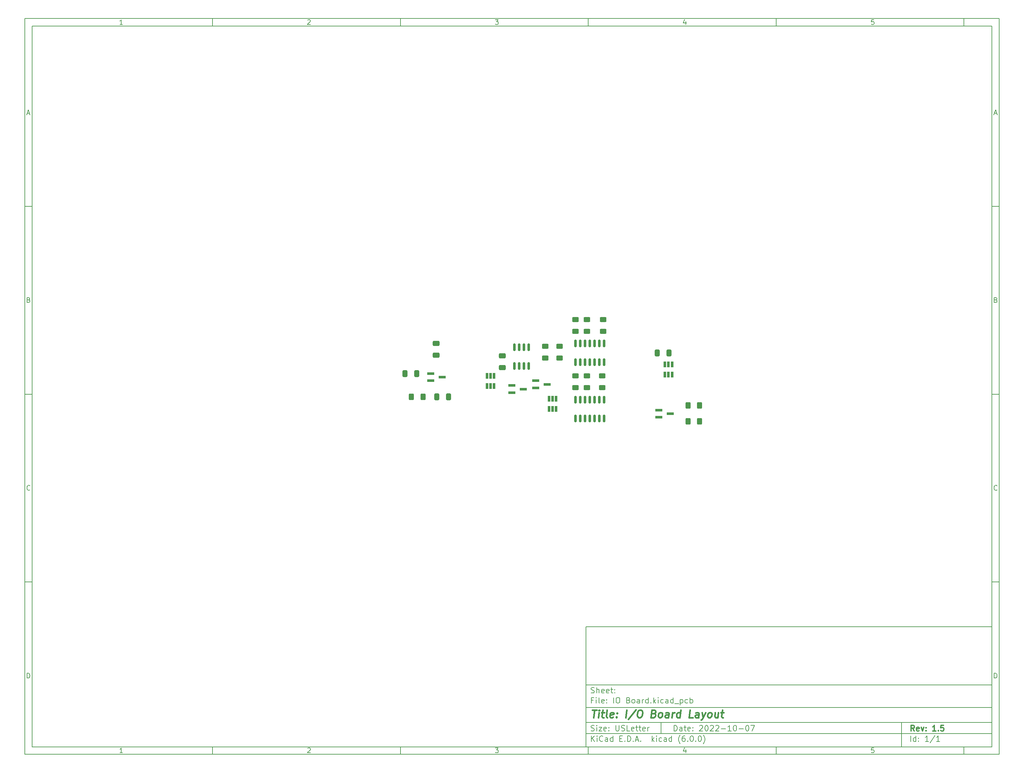
<source format=gbr>
G04 #@! TF.GenerationSoftware,KiCad,Pcbnew,(6.0.0)*
G04 #@! TF.CreationDate,2023-02-09T15:45:20-05:00*
G04 #@! TF.ProjectId,IO Board,494f2042-6f61-4726-942e-6b696361645f,1.5*
G04 #@! TF.SameCoordinates,Original*
G04 #@! TF.FileFunction,Paste,Bot*
G04 #@! TF.FilePolarity,Positive*
%FSLAX46Y46*%
G04 Gerber Fmt 4.6, Leading zero omitted, Abs format (unit mm)*
G04 Created by KiCad (PCBNEW (6.0.0)) date 2023-02-09 15:45:20*
%MOMM*%
%LPD*%
G01*
G04 APERTURE LIST*
G04 Aperture macros list*
%AMRoundRect*
0 Rectangle with rounded corners*
0 $1 Rounding radius*
0 $2 $3 $4 $5 $6 $7 $8 $9 X,Y pos of 4 corners*
0 Add a 4 corners polygon primitive as box body*
4,1,4,$2,$3,$4,$5,$6,$7,$8,$9,$2,$3,0*
0 Add four circle primitives for the rounded corners*
1,1,$1+$1,$2,$3*
1,1,$1+$1,$4,$5*
1,1,$1+$1,$6,$7*
1,1,$1+$1,$8,$9*
0 Add four rect primitives between the rounded corners*
20,1,$1+$1,$2,$3,$4,$5,0*
20,1,$1+$1,$4,$5,$6,$7,0*
20,1,$1+$1,$6,$7,$8,$9,0*
20,1,$1+$1,$8,$9,$2,$3,0*%
G04 Aperture macros list end*
%ADD10C,0.100000*%
%ADD11C,0.150000*%
%ADD12C,0.300000*%
%ADD13C,0.400000*%
%ADD14R,1.900000X0.800000*%
%ADD15RoundRect,0.250000X-0.625000X0.400000X-0.625000X-0.400000X0.625000X-0.400000X0.625000X0.400000X0*%
%ADD16RoundRect,0.250000X0.625000X-0.400000X0.625000X0.400000X-0.625000X0.400000X-0.625000X-0.400000X0*%
%ADD17R,0.650000X1.560000*%
%ADD18RoundRect,0.250000X-0.412500X-0.650000X0.412500X-0.650000X0.412500X0.650000X-0.412500X0.650000X0*%
%ADD19RoundRect,0.250000X0.650000X-0.412500X0.650000X0.412500X-0.650000X0.412500X-0.650000X-0.412500X0*%
%ADD20RoundRect,0.250000X-0.650000X0.412500X-0.650000X-0.412500X0.650000X-0.412500X0.650000X0.412500X0*%
%ADD21RoundRect,0.250000X0.400000X0.625000X-0.400000X0.625000X-0.400000X-0.625000X0.400000X-0.625000X0*%
%ADD22RoundRect,0.150000X-0.150000X0.825000X-0.150000X-0.825000X0.150000X-0.825000X0.150000X0.825000X0*%
%ADD23RoundRect,0.250000X-0.400000X-0.625000X0.400000X-0.625000X0.400000X0.625000X-0.400000X0.625000X0*%
G04 APERTURE END LIST*
D10*
D11*
X159400000Y-171900000D02*
X159400000Y-203900000D01*
X267400000Y-203900000D01*
X267400000Y-171900000D01*
X159400000Y-171900000D01*
D10*
D11*
X10000000Y-10000000D02*
X10000000Y-205900000D01*
X269400000Y-205900000D01*
X269400000Y-10000000D01*
X10000000Y-10000000D01*
D10*
D11*
X12000000Y-12000000D02*
X12000000Y-203900000D01*
X267400000Y-203900000D01*
X267400000Y-12000000D01*
X12000000Y-12000000D01*
D10*
D11*
X60000000Y-12000000D02*
X60000000Y-10000000D01*
D10*
D11*
X110000000Y-12000000D02*
X110000000Y-10000000D01*
D10*
D11*
X160000000Y-12000000D02*
X160000000Y-10000000D01*
D10*
D11*
X210000000Y-12000000D02*
X210000000Y-10000000D01*
D10*
D11*
X260000000Y-12000000D02*
X260000000Y-10000000D01*
D10*
D11*
X36065476Y-11588095D02*
X35322619Y-11588095D01*
X35694047Y-11588095D02*
X35694047Y-10288095D01*
X35570238Y-10473809D01*
X35446428Y-10597619D01*
X35322619Y-10659523D01*
D10*
D11*
X85322619Y-10411904D02*
X85384523Y-10350000D01*
X85508333Y-10288095D01*
X85817857Y-10288095D01*
X85941666Y-10350000D01*
X86003571Y-10411904D01*
X86065476Y-10535714D01*
X86065476Y-10659523D01*
X86003571Y-10845238D01*
X85260714Y-11588095D01*
X86065476Y-11588095D01*
D10*
D11*
X135260714Y-10288095D02*
X136065476Y-10288095D01*
X135632142Y-10783333D01*
X135817857Y-10783333D01*
X135941666Y-10845238D01*
X136003571Y-10907142D01*
X136065476Y-11030952D01*
X136065476Y-11340476D01*
X136003571Y-11464285D01*
X135941666Y-11526190D01*
X135817857Y-11588095D01*
X135446428Y-11588095D01*
X135322619Y-11526190D01*
X135260714Y-11464285D01*
D10*
D11*
X185941666Y-10721428D02*
X185941666Y-11588095D01*
X185632142Y-10226190D02*
X185322619Y-11154761D01*
X186127380Y-11154761D01*
D10*
D11*
X236003571Y-10288095D02*
X235384523Y-10288095D01*
X235322619Y-10907142D01*
X235384523Y-10845238D01*
X235508333Y-10783333D01*
X235817857Y-10783333D01*
X235941666Y-10845238D01*
X236003571Y-10907142D01*
X236065476Y-11030952D01*
X236065476Y-11340476D01*
X236003571Y-11464285D01*
X235941666Y-11526190D01*
X235817857Y-11588095D01*
X235508333Y-11588095D01*
X235384523Y-11526190D01*
X235322619Y-11464285D01*
D10*
D11*
X60000000Y-203900000D02*
X60000000Y-205900000D01*
D10*
D11*
X110000000Y-203900000D02*
X110000000Y-205900000D01*
D10*
D11*
X160000000Y-203900000D02*
X160000000Y-205900000D01*
D10*
D11*
X210000000Y-203900000D02*
X210000000Y-205900000D01*
D10*
D11*
X260000000Y-203900000D02*
X260000000Y-205900000D01*
D10*
D11*
X36065476Y-205488095D02*
X35322619Y-205488095D01*
X35694047Y-205488095D02*
X35694047Y-204188095D01*
X35570238Y-204373809D01*
X35446428Y-204497619D01*
X35322619Y-204559523D01*
D10*
D11*
X85322619Y-204311904D02*
X85384523Y-204250000D01*
X85508333Y-204188095D01*
X85817857Y-204188095D01*
X85941666Y-204250000D01*
X86003571Y-204311904D01*
X86065476Y-204435714D01*
X86065476Y-204559523D01*
X86003571Y-204745238D01*
X85260714Y-205488095D01*
X86065476Y-205488095D01*
D10*
D11*
X135260714Y-204188095D02*
X136065476Y-204188095D01*
X135632142Y-204683333D01*
X135817857Y-204683333D01*
X135941666Y-204745238D01*
X136003571Y-204807142D01*
X136065476Y-204930952D01*
X136065476Y-205240476D01*
X136003571Y-205364285D01*
X135941666Y-205426190D01*
X135817857Y-205488095D01*
X135446428Y-205488095D01*
X135322619Y-205426190D01*
X135260714Y-205364285D01*
D10*
D11*
X185941666Y-204621428D02*
X185941666Y-205488095D01*
X185632142Y-204126190D02*
X185322619Y-205054761D01*
X186127380Y-205054761D01*
D10*
D11*
X236003571Y-204188095D02*
X235384523Y-204188095D01*
X235322619Y-204807142D01*
X235384523Y-204745238D01*
X235508333Y-204683333D01*
X235817857Y-204683333D01*
X235941666Y-204745238D01*
X236003571Y-204807142D01*
X236065476Y-204930952D01*
X236065476Y-205240476D01*
X236003571Y-205364285D01*
X235941666Y-205426190D01*
X235817857Y-205488095D01*
X235508333Y-205488095D01*
X235384523Y-205426190D01*
X235322619Y-205364285D01*
D10*
D11*
X10000000Y-60000000D02*
X12000000Y-60000000D01*
D10*
D11*
X10000000Y-110000000D02*
X12000000Y-110000000D01*
D10*
D11*
X10000000Y-160000000D02*
X12000000Y-160000000D01*
D10*
D11*
X10690476Y-35216666D02*
X11309523Y-35216666D01*
X10566666Y-35588095D02*
X11000000Y-34288095D01*
X11433333Y-35588095D01*
D10*
D11*
X11092857Y-84907142D02*
X11278571Y-84969047D01*
X11340476Y-85030952D01*
X11402380Y-85154761D01*
X11402380Y-85340476D01*
X11340476Y-85464285D01*
X11278571Y-85526190D01*
X11154761Y-85588095D01*
X10659523Y-85588095D01*
X10659523Y-84288095D01*
X11092857Y-84288095D01*
X11216666Y-84350000D01*
X11278571Y-84411904D01*
X11340476Y-84535714D01*
X11340476Y-84659523D01*
X11278571Y-84783333D01*
X11216666Y-84845238D01*
X11092857Y-84907142D01*
X10659523Y-84907142D01*
D10*
D11*
X11402380Y-135464285D02*
X11340476Y-135526190D01*
X11154761Y-135588095D01*
X11030952Y-135588095D01*
X10845238Y-135526190D01*
X10721428Y-135402380D01*
X10659523Y-135278571D01*
X10597619Y-135030952D01*
X10597619Y-134845238D01*
X10659523Y-134597619D01*
X10721428Y-134473809D01*
X10845238Y-134350000D01*
X11030952Y-134288095D01*
X11154761Y-134288095D01*
X11340476Y-134350000D01*
X11402380Y-134411904D01*
D10*
D11*
X10659523Y-185588095D02*
X10659523Y-184288095D01*
X10969047Y-184288095D01*
X11154761Y-184350000D01*
X11278571Y-184473809D01*
X11340476Y-184597619D01*
X11402380Y-184845238D01*
X11402380Y-185030952D01*
X11340476Y-185278571D01*
X11278571Y-185402380D01*
X11154761Y-185526190D01*
X10969047Y-185588095D01*
X10659523Y-185588095D01*
D10*
D11*
X269400000Y-60000000D02*
X267400000Y-60000000D01*
D10*
D11*
X269400000Y-110000000D02*
X267400000Y-110000000D01*
D10*
D11*
X269400000Y-160000000D02*
X267400000Y-160000000D01*
D10*
D11*
X268090476Y-35216666D02*
X268709523Y-35216666D01*
X267966666Y-35588095D02*
X268400000Y-34288095D01*
X268833333Y-35588095D01*
D10*
D11*
X268492857Y-84907142D02*
X268678571Y-84969047D01*
X268740476Y-85030952D01*
X268802380Y-85154761D01*
X268802380Y-85340476D01*
X268740476Y-85464285D01*
X268678571Y-85526190D01*
X268554761Y-85588095D01*
X268059523Y-85588095D01*
X268059523Y-84288095D01*
X268492857Y-84288095D01*
X268616666Y-84350000D01*
X268678571Y-84411904D01*
X268740476Y-84535714D01*
X268740476Y-84659523D01*
X268678571Y-84783333D01*
X268616666Y-84845238D01*
X268492857Y-84907142D01*
X268059523Y-84907142D01*
D10*
D11*
X268802380Y-135464285D02*
X268740476Y-135526190D01*
X268554761Y-135588095D01*
X268430952Y-135588095D01*
X268245238Y-135526190D01*
X268121428Y-135402380D01*
X268059523Y-135278571D01*
X267997619Y-135030952D01*
X267997619Y-134845238D01*
X268059523Y-134597619D01*
X268121428Y-134473809D01*
X268245238Y-134350000D01*
X268430952Y-134288095D01*
X268554761Y-134288095D01*
X268740476Y-134350000D01*
X268802380Y-134411904D01*
D10*
D11*
X268059523Y-185588095D02*
X268059523Y-184288095D01*
X268369047Y-184288095D01*
X268554761Y-184350000D01*
X268678571Y-184473809D01*
X268740476Y-184597619D01*
X268802380Y-184845238D01*
X268802380Y-185030952D01*
X268740476Y-185278571D01*
X268678571Y-185402380D01*
X268554761Y-185526190D01*
X268369047Y-185588095D01*
X268059523Y-185588095D01*
D10*
D11*
X182832142Y-199678571D02*
X182832142Y-198178571D01*
X183189285Y-198178571D01*
X183403571Y-198250000D01*
X183546428Y-198392857D01*
X183617857Y-198535714D01*
X183689285Y-198821428D01*
X183689285Y-199035714D01*
X183617857Y-199321428D01*
X183546428Y-199464285D01*
X183403571Y-199607142D01*
X183189285Y-199678571D01*
X182832142Y-199678571D01*
X184975000Y-199678571D02*
X184975000Y-198892857D01*
X184903571Y-198750000D01*
X184760714Y-198678571D01*
X184475000Y-198678571D01*
X184332142Y-198750000D01*
X184975000Y-199607142D02*
X184832142Y-199678571D01*
X184475000Y-199678571D01*
X184332142Y-199607142D01*
X184260714Y-199464285D01*
X184260714Y-199321428D01*
X184332142Y-199178571D01*
X184475000Y-199107142D01*
X184832142Y-199107142D01*
X184975000Y-199035714D01*
X185475000Y-198678571D02*
X186046428Y-198678571D01*
X185689285Y-198178571D02*
X185689285Y-199464285D01*
X185760714Y-199607142D01*
X185903571Y-199678571D01*
X186046428Y-199678571D01*
X187117857Y-199607142D02*
X186975000Y-199678571D01*
X186689285Y-199678571D01*
X186546428Y-199607142D01*
X186475000Y-199464285D01*
X186475000Y-198892857D01*
X186546428Y-198750000D01*
X186689285Y-198678571D01*
X186975000Y-198678571D01*
X187117857Y-198750000D01*
X187189285Y-198892857D01*
X187189285Y-199035714D01*
X186475000Y-199178571D01*
X187832142Y-199535714D02*
X187903571Y-199607142D01*
X187832142Y-199678571D01*
X187760714Y-199607142D01*
X187832142Y-199535714D01*
X187832142Y-199678571D01*
X187832142Y-198750000D02*
X187903571Y-198821428D01*
X187832142Y-198892857D01*
X187760714Y-198821428D01*
X187832142Y-198750000D01*
X187832142Y-198892857D01*
X189617857Y-198321428D02*
X189689285Y-198250000D01*
X189832142Y-198178571D01*
X190189285Y-198178571D01*
X190332142Y-198250000D01*
X190403571Y-198321428D01*
X190475000Y-198464285D01*
X190475000Y-198607142D01*
X190403571Y-198821428D01*
X189546428Y-199678571D01*
X190475000Y-199678571D01*
X191403571Y-198178571D02*
X191546428Y-198178571D01*
X191689285Y-198250000D01*
X191760714Y-198321428D01*
X191832142Y-198464285D01*
X191903571Y-198750000D01*
X191903571Y-199107142D01*
X191832142Y-199392857D01*
X191760714Y-199535714D01*
X191689285Y-199607142D01*
X191546428Y-199678571D01*
X191403571Y-199678571D01*
X191260714Y-199607142D01*
X191189285Y-199535714D01*
X191117857Y-199392857D01*
X191046428Y-199107142D01*
X191046428Y-198750000D01*
X191117857Y-198464285D01*
X191189285Y-198321428D01*
X191260714Y-198250000D01*
X191403571Y-198178571D01*
X192475000Y-198321428D02*
X192546428Y-198250000D01*
X192689285Y-198178571D01*
X193046428Y-198178571D01*
X193189285Y-198250000D01*
X193260714Y-198321428D01*
X193332142Y-198464285D01*
X193332142Y-198607142D01*
X193260714Y-198821428D01*
X192403571Y-199678571D01*
X193332142Y-199678571D01*
X193903571Y-198321428D02*
X193975000Y-198250000D01*
X194117857Y-198178571D01*
X194475000Y-198178571D01*
X194617857Y-198250000D01*
X194689285Y-198321428D01*
X194760714Y-198464285D01*
X194760714Y-198607142D01*
X194689285Y-198821428D01*
X193832142Y-199678571D01*
X194760714Y-199678571D01*
X195403571Y-199107142D02*
X196546428Y-199107142D01*
X198046428Y-199678571D02*
X197189285Y-199678571D01*
X197617857Y-199678571D02*
X197617857Y-198178571D01*
X197475000Y-198392857D01*
X197332142Y-198535714D01*
X197189285Y-198607142D01*
X198975000Y-198178571D02*
X199117857Y-198178571D01*
X199260714Y-198250000D01*
X199332142Y-198321428D01*
X199403571Y-198464285D01*
X199475000Y-198750000D01*
X199475000Y-199107142D01*
X199403571Y-199392857D01*
X199332142Y-199535714D01*
X199260714Y-199607142D01*
X199117857Y-199678571D01*
X198975000Y-199678571D01*
X198832142Y-199607142D01*
X198760714Y-199535714D01*
X198689285Y-199392857D01*
X198617857Y-199107142D01*
X198617857Y-198750000D01*
X198689285Y-198464285D01*
X198760714Y-198321428D01*
X198832142Y-198250000D01*
X198975000Y-198178571D01*
X200117857Y-199107142D02*
X201260714Y-199107142D01*
X202260714Y-198178571D02*
X202403571Y-198178571D01*
X202546428Y-198250000D01*
X202617857Y-198321428D01*
X202689285Y-198464285D01*
X202760714Y-198750000D01*
X202760714Y-199107142D01*
X202689285Y-199392857D01*
X202617857Y-199535714D01*
X202546428Y-199607142D01*
X202403571Y-199678571D01*
X202260714Y-199678571D01*
X202117857Y-199607142D01*
X202046428Y-199535714D01*
X201975000Y-199392857D01*
X201903571Y-199107142D01*
X201903571Y-198750000D01*
X201975000Y-198464285D01*
X202046428Y-198321428D01*
X202117857Y-198250000D01*
X202260714Y-198178571D01*
X203260714Y-198178571D02*
X204260714Y-198178571D01*
X203617857Y-199678571D01*
D10*
D11*
X159400000Y-200400000D02*
X267400000Y-200400000D01*
D10*
D11*
X160832142Y-202478571D02*
X160832142Y-200978571D01*
X161689285Y-202478571D02*
X161046428Y-201621428D01*
X161689285Y-200978571D02*
X160832142Y-201835714D01*
X162332142Y-202478571D02*
X162332142Y-201478571D01*
X162332142Y-200978571D02*
X162260714Y-201050000D01*
X162332142Y-201121428D01*
X162403571Y-201050000D01*
X162332142Y-200978571D01*
X162332142Y-201121428D01*
X163903571Y-202335714D02*
X163832142Y-202407142D01*
X163617857Y-202478571D01*
X163475000Y-202478571D01*
X163260714Y-202407142D01*
X163117857Y-202264285D01*
X163046428Y-202121428D01*
X162975000Y-201835714D01*
X162975000Y-201621428D01*
X163046428Y-201335714D01*
X163117857Y-201192857D01*
X163260714Y-201050000D01*
X163475000Y-200978571D01*
X163617857Y-200978571D01*
X163832142Y-201050000D01*
X163903571Y-201121428D01*
X165189285Y-202478571D02*
X165189285Y-201692857D01*
X165117857Y-201550000D01*
X164975000Y-201478571D01*
X164689285Y-201478571D01*
X164546428Y-201550000D01*
X165189285Y-202407142D02*
X165046428Y-202478571D01*
X164689285Y-202478571D01*
X164546428Y-202407142D01*
X164475000Y-202264285D01*
X164475000Y-202121428D01*
X164546428Y-201978571D01*
X164689285Y-201907142D01*
X165046428Y-201907142D01*
X165189285Y-201835714D01*
X166546428Y-202478571D02*
X166546428Y-200978571D01*
X166546428Y-202407142D02*
X166403571Y-202478571D01*
X166117857Y-202478571D01*
X165975000Y-202407142D01*
X165903571Y-202335714D01*
X165832142Y-202192857D01*
X165832142Y-201764285D01*
X165903571Y-201621428D01*
X165975000Y-201550000D01*
X166117857Y-201478571D01*
X166403571Y-201478571D01*
X166546428Y-201550000D01*
X168403571Y-201692857D02*
X168903571Y-201692857D01*
X169117857Y-202478571D02*
X168403571Y-202478571D01*
X168403571Y-200978571D01*
X169117857Y-200978571D01*
X169760714Y-202335714D02*
X169832142Y-202407142D01*
X169760714Y-202478571D01*
X169689285Y-202407142D01*
X169760714Y-202335714D01*
X169760714Y-202478571D01*
X170475000Y-202478571D02*
X170475000Y-200978571D01*
X170832142Y-200978571D01*
X171046428Y-201050000D01*
X171189285Y-201192857D01*
X171260714Y-201335714D01*
X171332142Y-201621428D01*
X171332142Y-201835714D01*
X171260714Y-202121428D01*
X171189285Y-202264285D01*
X171046428Y-202407142D01*
X170832142Y-202478571D01*
X170475000Y-202478571D01*
X171975000Y-202335714D02*
X172046428Y-202407142D01*
X171975000Y-202478571D01*
X171903571Y-202407142D01*
X171975000Y-202335714D01*
X171975000Y-202478571D01*
X172617857Y-202050000D02*
X173332142Y-202050000D01*
X172475000Y-202478571D02*
X172975000Y-200978571D01*
X173475000Y-202478571D01*
X173975000Y-202335714D02*
X174046428Y-202407142D01*
X173975000Y-202478571D01*
X173903571Y-202407142D01*
X173975000Y-202335714D01*
X173975000Y-202478571D01*
X176975000Y-202478571D02*
X176975000Y-200978571D01*
X177117857Y-201907142D02*
X177546428Y-202478571D01*
X177546428Y-201478571D02*
X176975000Y-202050000D01*
X178189285Y-202478571D02*
X178189285Y-201478571D01*
X178189285Y-200978571D02*
X178117857Y-201050000D01*
X178189285Y-201121428D01*
X178260714Y-201050000D01*
X178189285Y-200978571D01*
X178189285Y-201121428D01*
X179546428Y-202407142D02*
X179403571Y-202478571D01*
X179117857Y-202478571D01*
X178975000Y-202407142D01*
X178903571Y-202335714D01*
X178832142Y-202192857D01*
X178832142Y-201764285D01*
X178903571Y-201621428D01*
X178975000Y-201550000D01*
X179117857Y-201478571D01*
X179403571Y-201478571D01*
X179546428Y-201550000D01*
X180832142Y-202478571D02*
X180832142Y-201692857D01*
X180760714Y-201550000D01*
X180617857Y-201478571D01*
X180332142Y-201478571D01*
X180189285Y-201550000D01*
X180832142Y-202407142D02*
X180689285Y-202478571D01*
X180332142Y-202478571D01*
X180189285Y-202407142D01*
X180117857Y-202264285D01*
X180117857Y-202121428D01*
X180189285Y-201978571D01*
X180332142Y-201907142D01*
X180689285Y-201907142D01*
X180832142Y-201835714D01*
X182189285Y-202478571D02*
X182189285Y-200978571D01*
X182189285Y-202407142D02*
X182046428Y-202478571D01*
X181760714Y-202478571D01*
X181617857Y-202407142D01*
X181546428Y-202335714D01*
X181475000Y-202192857D01*
X181475000Y-201764285D01*
X181546428Y-201621428D01*
X181617857Y-201550000D01*
X181760714Y-201478571D01*
X182046428Y-201478571D01*
X182189285Y-201550000D01*
X184475000Y-203050000D02*
X184403571Y-202978571D01*
X184260714Y-202764285D01*
X184189285Y-202621428D01*
X184117857Y-202407142D01*
X184046428Y-202050000D01*
X184046428Y-201764285D01*
X184117857Y-201407142D01*
X184189285Y-201192857D01*
X184260714Y-201050000D01*
X184403571Y-200835714D01*
X184475000Y-200764285D01*
X185689285Y-200978571D02*
X185403571Y-200978571D01*
X185260714Y-201050000D01*
X185189285Y-201121428D01*
X185046428Y-201335714D01*
X184975000Y-201621428D01*
X184975000Y-202192857D01*
X185046428Y-202335714D01*
X185117857Y-202407142D01*
X185260714Y-202478571D01*
X185546428Y-202478571D01*
X185689285Y-202407142D01*
X185760714Y-202335714D01*
X185832142Y-202192857D01*
X185832142Y-201835714D01*
X185760714Y-201692857D01*
X185689285Y-201621428D01*
X185546428Y-201550000D01*
X185260714Y-201550000D01*
X185117857Y-201621428D01*
X185046428Y-201692857D01*
X184975000Y-201835714D01*
X186475000Y-202335714D02*
X186546428Y-202407142D01*
X186475000Y-202478571D01*
X186403571Y-202407142D01*
X186475000Y-202335714D01*
X186475000Y-202478571D01*
X187475000Y-200978571D02*
X187617857Y-200978571D01*
X187760714Y-201050000D01*
X187832142Y-201121428D01*
X187903571Y-201264285D01*
X187975000Y-201550000D01*
X187975000Y-201907142D01*
X187903571Y-202192857D01*
X187832142Y-202335714D01*
X187760714Y-202407142D01*
X187617857Y-202478571D01*
X187475000Y-202478571D01*
X187332142Y-202407142D01*
X187260714Y-202335714D01*
X187189285Y-202192857D01*
X187117857Y-201907142D01*
X187117857Y-201550000D01*
X187189285Y-201264285D01*
X187260714Y-201121428D01*
X187332142Y-201050000D01*
X187475000Y-200978571D01*
X188617857Y-202335714D02*
X188689285Y-202407142D01*
X188617857Y-202478571D01*
X188546428Y-202407142D01*
X188617857Y-202335714D01*
X188617857Y-202478571D01*
X189617857Y-200978571D02*
X189760714Y-200978571D01*
X189903571Y-201050000D01*
X189975000Y-201121428D01*
X190046428Y-201264285D01*
X190117857Y-201550000D01*
X190117857Y-201907142D01*
X190046428Y-202192857D01*
X189975000Y-202335714D01*
X189903571Y-202407142D01*
X189760714Y-202478571D01*
X189617857Y-202478571D01*
X189475000Y-202407142D01*
X189403571Y-202335714D01*
X189332142Y-202192857D01*
X189260714Y-201907142D01*
X189260714Y-201550000D01*
X189332142Y-201264285D01*
X189403571Y-201121428D01*
X189475000Y-201050000D01*
X189617857Y-200978571D01*
X190617857Y-203050000D02*
X190689285Y-202978571D01*
X190832142Y-202764285D01*
X190903571Y-202621428D01*
X190975000Y-202407142D01*
X191046428Y-202050000D01*
X191046428Y-201764285D01*
X190975000Y-201407142D01*
X190903571Y-201192857D01*
X190832142Y-201050000D01*
X190689285Y-200835714D01*
X190617857Y-200764285D01*
D10*
D11*
X159400000Y-197400000D02*
X267400000Y-197400000D01*
D10*
D12*
X246809285Y-199678571D02*
X246309285Y-198964285D01*
X245952142Y-199678571D02*
X245952142Y-198178571D01*
X246523571Y-198178571D01*
X246666428Y-198250000D01*
X246737857Y-198321428D01*
X246809285Y-198464285D01*
X246809285Y-198678571D01*
X246737857Y-198821428D01*
X246666428Y-198892857D01*
X246523571Y-198964285D01*
X245952142Y-198964285D01*
X248023571Y-199607142D02*
X247880714Y-199678571D01*
X247595000Y-199678571D01*
X247452142Y-199607142D01*
X247380714Y-199464285D01*
X247380714Y-198892857D01*
X247452142Y-198750000D01*
X247595000Y-198678571D01*
X247880714Y-198678571D01*
X248023571Y-198750000D01*
X248095000Y-198892857D01*
X248095000Y-199035714D01*
X247380714Y-199178571D01*
X248595000Y-198678571D02*
X248952142Y-199678571D01*
X249309285Y-198678571D01*
X249880714Y-199535714D02*
X249952142Y-199607142D01*
X249880714Y-199678571D01*
X249809285Y-199607142D01*
X249880714Y-199535714D01*
X249880714Y-199678571D01*
X249880714Y-198750000D02*
X249952142Y-198821428D01*
X249880714Y-198892857D01*
X249809285Y-198821428D01*
X249880714Y-198750000D01*
X249880714Y-198892857D01*
X252523571Y-199678571D02*
X251666428Y-199678571D01*
X252095000Y-199678571D02*
X252095000Y-198178571D01*
X251952142Y-198392857D01*
X251809285Y-198535714D01*
X251666428Y-198607142D01*
X253166428Y-199535714D02*
X253237857Y-199607142D01*
X253166428Y-199678571D01*
X253095000Y-199607142D01*
X253166428Y-199535714D01*
X253166428Y-199678571D01*
X254595000Y-198178571D02*
X253880714Y-198178571D01*
X253809285Y-198892857D01*
X253880714Y-198821428D01*
X254023571Y-198750000D01*
X254380714Y-198750000D01*
X254523571Y-198821428D01*
X254595000Y-198892857D01*
X254666428Y-199035714D01*
X254666428Y-199392857D01*
X254595000Y-199535714D01*
X254523571Y-199607142D01*
X254380714Y-199678571D01*
X254023571Y-199678571D01*
X253880714Y-199607142D01*
X253809285Y-199535714D01*
D10*
D11*
X160760714Y-199607142D02*
X160975000Y-199678571D01*
X161332142Y-199678571D01*
X161475000Y-199607142D01*
X161546428Y-199535714D01*
X161617857Y-199392857D01*
X161617857Y-199250000D01*
X161546428Y-199107142D01*
X161475000Y-199035714D01*
X161332142Y-198964285D01*
X161046428Y-198892857D01*
X160903571Y-198821428D01*
X160832142Y-198750000D01*
X160760714Y-198607142D01*
X160760714Y-198464285D01*
X160832142Y-198321428D01*
X160903571Y-198250000D01*
X161046428Y-198178571D01*
X161403571Y-198178571D01*
X161617857Y-198250000D01*
X162260714Y-199678571D02*
X162260714Y-198678571D01*
X162260714Y-198178571D02*
X162189285Y-198250000D01*
X162260714Y-198321428D01*
X162332142Y-198250000D01*
X162260714Y-198178571D01*
X162260714Y-198321428D01*
X162832142Y-198678571D02*
X163617857Y-198678571D01*
X162832142Y-199678571D01*
X163617857Y-199678571D01*
X164760714Y-199607142D02*
X164617857Y-199678571D01*
X164332142Y-199678571D01*
X164189285Y-199607142D01*
X164117857Y-199464285D01*
X164117857Y-198892857D01*
X164189285Y-198750000D01*
X164332142Y-198678571D01*
X164617857Y-198678571D01*
X164760714Y-198750000D01*
X164832142Y-198892857D01*
X164832142Y-199035714D01*
X164117857Y-199178571D01*
X165475000Y-199535714D02*
X165546428Y-199607142D01*
X165475000Y-199678571D01*
X165403571Y-199607142D01*
X165475000Y-199535714D01*
X165475000Y-199678571D01*
X165475000Y-198750000D02*
X165546428Y-198821428D01*
X165475000Y-198892857D01*
X165403571Y-198821428D01*
X165475000Y-198750000D01*
X165475000Y-198892857D01*
X167332142Y-198178571D02*
X167332142Y-199392857D01*
X167403571Y-199535714D01*
X167475000Y-199607142D01*
X167617857Y-199678571D01*
X167903571Y-199678571D01*
X168046428Y-199607142D01*
X168117857Y-199535714D01*
X168189285Y-199392857D01*
X168189285Y-198178571D01*
X168832142Y-199607142D02*
X169046428Y-199678571D01*
X169403571Y-199678571D01*
X169546428Y-199607142D01*
X169617857Y-199535714D01*
X169689285Y-199392857D01*
X169689285Y-199250000D01*
X169617857Y-199107142D01*
X169546428Y-199035714D01*
X169403571Y-198964285D01*
X169117857Y-198892857D01*
X168975000Y-198821428D01*
X168903571Y-198750000D01*
X168832142Y-198607142D01*
X168832142Y-198464285D01*
X168903571Y-198321428D01*
X168975000Y-198250000D01*
X169117857Y-198178571D01*
X169475000Y-198178571D01*
X169689285Y-198250000D01*
X171046428Y-199678571D02*
X170332142Y-199678571D01*
X170332142Y-198178571D01*
X172117857Y-199607142D02*
X171975000Y-199678571D01*
X171689285Y-199678571D01*
X171546428Y-199607142D01*
X171475000Y-199464285D01*
X171475000Y-198892857D01*
X171546428Y-198750000D01*
X171689285Y-198678571D01*
X171975000Y-198678571D01*
X172117857Y-198750000D01*
X172189285Y-198892857D01*
X172189285Y-199035714D01*
X171475000Y-199178571D01*
X172617857Y-198678571D02*
X173189285Y-198678571D01*
X172832142Y-198178571D02*
X172832142Y-199464285D01*
X172903571Y-199607142D01*
X173046428Y-199678571D01*
X173189285Y-199678571D01*
X173475000Y-198678571D02*
X174046428Y-198678571D01*
X173689285Y-198178571D02*
X173689285Y-199464285D01*
X173760714Y-199607142D01*
X173903571Y-199678571D01*
X174046428Y-199678571D01*
X175117857Y-199607142D02*
X174975000Y-199678571D01*
X174689285Y-199678571D01*
X174546428Y-199607142D01*
X174475000Y-199464285D01*
X174475000Y-198892857D01*
X174546428Y-198750000D01*
X174689285Y-198678571D01*
X174975000Y-198678571D01*
X175117857Y-198750000D01*
X175189285Y-198892857D01*
X175189285Y-199035714D01*
X174475000Y-199178571D01*
X175832142Y-199678571D02*
X175832142Y-198678571D01*
X175832142Y-198964285D02*
X175903571Y-198821428D01*
X175975000Y-198750000D01*
X176117857Y-198678571D01*
X176260714Y-198678571D01*
D10*
D11*
X245832142Y-202478571D02*
X245832142Y-200978571D01*
X247189285Y-202478571D02*
X247189285Y-200978571D01*
X247189285Y-202407142D02*
X247046428Y-202478571D01*
X246760714Y-202478571D01*
X246617857Y-202407142D01*
X246546428Y-202335714D01*
X246475000Y-202192857D01*
X246475000Y-201764285D01*
X246546428Y-201621428D01*
X246617857Y-201550000D01*
X246760714Y-201478571D01*
X247046428Y-201478571D01*
X247189285Y-201550000D01*
X247903571Y-202335714D02*
X247975000Y-202407142D01*
X247903571Y-202478571D01*
X247832142Y-202407142D01*
X247903571Y-202335714D01*
X247903571Y-202478571D01*
X247903571Y-201550000D02*
X247975000Y-201621428D01*
X247903571Y-201692857D01*
X247832142Y-201621428D01*
X247903571Y-201550000D01*
X247903571Y-201692857D01*
X250546428Y-202478571D02*
X249689285Y-202478571D01*
X250117857Y-202478571D02*
X250117857Y-200978571D01*
X249975000Y-201192857D01*
X249832142Y-201335714D01*
X249689285Y-201407142D01*
X252260714Y-200907142D02*
X250975000Y-202835714D01*
X253546428Y-202478571D02*
X252689285Y-202478571D01*
X253117857Y-202478571D02*
X253117857Y-200978571D01*
X252975000Y-201192857D01*
X252832142Y-201335714D01*
X252689285Y-201407142D01*
D10*
D11*
X159400000Y-193400000D02*
X267400000Y-193400000D01*
D10*
D13*
X161112380Y-194104761D02*
X162255238Y-194104761D01*
X161433809Y-196104761D02*
X161683809Y-194104761D01*
X162671904Y-196104761D02*
X162838571Y-194771428D01*
X162921904Y-194104761D02*
X162814761Y-194200000D01*
X162898095Y-194295238D01*
X163005238Y-194200000D01*
X162921904Y-194104761D01*
X162898095Y-194295238D01*
X163505238Y-194771428D02*
X164267142Y-194771428D01*
X163874285Y-194104761D02*
X163660000Y-195819047D01*
X163731428Y-196009523D01*
X163910000Y-196104761D01*
X164100476Y-196104761D01*
X165052857Y-196104761D02*
X164874285Y-196009523D01*
X164802857Y-195819047D01*
X165017142Y-194104761D01*
X166588571Y-196009523D02*
X166386190Y-196104761D01*
X166005238Y-196104761D01*
X165826666Y-196009523D01*
X165755238Y-195819047D01*
X165850476Y-195057142D01*
X165969523Y-194866666D01*
X166171904Y-194771428D01*
X166552857Y-194771428D01*
X166731428Y-194866666D01*
X166802857Y-195057142D01*
X166779047Y-195247619D01*
X165802857Y-195438095D01*
X167552857Y-195914285D02*
X167636190Y-196009523D01*
X167529047Y-196104761D01*
X167445714Y-196009523D01*
X167552857Y-195914285D01*
X167529047Y-196104761D01*
X167683809Y-194866666D02*
X167767142Y-194961904D01*
X167660000Y-195057142D01*
X167576666Y-194961904D01*
X167683809Y-194866666D01*
X167660000Y-195057142D01*
X170005238Y-196104761D02*
X170255238Y-194104761D01*
X172648095Y-194009523D02*
X170612380Y-196580952D01*
X173683809Y-194104761D02*
X174064761Y-194104761D01*
X174243333Y-194200000D01*
X174410000Y-194390476D01*
X174457619Y-194771428D01*
X174374285Y-195438095D01*
X174231428Y-195819047D01*
X174017142Y-196009523D01*
X173814761Y-196104761D01*
X173433809Y-196104761D01*
X173255238Y-196009523D01*
X173088571Y-195819047D01*
X173040952Y-195438095D01*
X173124285Y-194771428D01*
X173267142Y-194390476D01*
X173481428Y-194200000D01*
X173683809Y-194104761D01*
X177469523Y-195057142D02*
X177743333Y-195152380D01*
X177826666Y-195247619D01*
X177898095Y-195438095D01*
X177862380Y-195723809D01*
X177743333Y-195914285D01*
X177636190Y-196009523D01*
X177433809Y-196104761D01*
X176671904Y-196104761D01*
X176921904Y-194104761D01*
X177588571Y-194104761D01*
X177767142Y-194200000D01*
X177850476Y-194295238D01*
X177921904Y-194485714D01*
X177898095Y-194676190D01*
X177779047Y-194866666D01*
X177671904Y-194961904D01*
X177469523Y-195057142D01*
X176802857Y-195057142D01*
X178957619Y-196104761D02*
X178779047Y-196009523D01*
X178695714Y-195914285D01*
X178624285Y-195723809D01*
X178695714Y-195152380D01*
X178814761Y-194961904D01*
X178921904Y-194866666D01*
X179124285Y-194771428D01*
X179410000Y-194771428D01*
X179588571Y-194866666D01*
X179671904Y-194961904D01*
X179743333Y-195152380D01*
X179671904Y-195723809D01*
X179552857Y-195914285D01*
X179445714Y-196009523D01*
X179243333Y-196104761D01*
X178957619Y-196104761D01*
X181338571Y-196104761D02*
X181469523Y-195057142D01*
X181398095Y-194866666D01*
X181219523Y-194771428D01*
X180838571Y-194771428D01*
X180636190Y-194866666D01*
X181350476Y-196009523D02*
X181148095Y-196104761D01*
X180671904Y-196104761D01*
X180493333Y-196009523D01*
X180421904Y-195819047D01*
X180445714Y-195628571D01*
X180564761Y-195438095D01*
X180767142Y-195342857D01*
X181243333Y-195342857D01*
X181445714Y-195247619D01*
X182290952Y-196104761D02*
X182457619Y-194771428D01*
X182410000Y-195152380D02*
X182529047Y-194961904D01*
X182636190Y-194866666D01*
X182838571Y-194771428D01*
X183029047Y-194771428D01*
X184386190Y-196104761D02*
X184636190Y-194104761D01*
X184398095Y-196009523D02*
X184195714Y-196104761D01*
X183814761Y-196104761D01*
X183636190Y-196009523D01*
X183552857Y-195914285D01*
X183481428Y-195723809D01*
X183552857Y-195152380D01*
X183671904Y-194961904D01*
X183779047Y-194866666D01*
X183981428Y-194771428D01*
X184362380Y-194771428D01*
X184540952Y-194866666D01*
X187814761Y-196104761D02*
X186862380Y-196104761D01*
X187112380Y-194104761D01*
X189338571Y-196104761D02*
X189469523Y-195057142D01*
X189398095Y-194866666D01*
X189219523Y-194771428D01*
X188838571Y-194771428D01*
X188636190Y-194866666D01*
X189350476Y-196009523D02*
X189148095Y-196104761D01*
X188671904Y-196104761D01*
X188493333Y-196009523D01*
X188421904Y-195819047D01*
X188445714Y-195628571D01*
X188564761Y-195438095D01*
X188767142Y-195342857D01*
X189243333Y-195342857D01*
X189445714Y-195247619D01*
X190267142Y-194771428D02*
X190576666Y-196104761D01*
X191219523Y-194771428D02*
X190576666Y-196104761D01*
X190326666Y-196580952D01*
X190219523Y-196676190D01*
X190017142Y-196771428D01*
X192100476Y-196104761D02*
X191921904Y-196009523D01*
X191838571Y-195914285D01*
X191767142Y-195723809D01*
X191838571Y-195152380D01*
X191957619Y-194961904D01*
X192064761Y-194866666D01*
X192267142Y-194771428D01*
X192552857Y-194771428D01*
X192731428Y-194866666D01*
X192814761Y-194961904D01*
X192886190Y-195152380D01*
X192814761Y-195723809D01*
X192695714Y-195914285D01*
X192588571Y-196009523D01*
X192386190Y-196104761D01*
X192100476Y-196104761D01*
X194648095Y-194771428D02*
X194481428Y-196104761D01*
X193790952Y-194771428D02*
X193660000Y-195819047D01*
X193731428Y-196009523D01*
X193910000Y-196104761D01*
X194195714Y-196104761D01*
X194398095Y-196009523D01*
X194505238Y-195914285D01*
X195314761Y-194771428D02*
X196076666Y-194771428D01*
X195683809Y-194104761D02*
X195469523Y-195819047D01*
X195540952Y-196009523D01*
X195719523Y-196104761D01*
X195910000Y-196104761D01*
D10*
D11*
X161332142Y-191492857D02*
X160832142Y-191492857D01*
X160832142Y-192278571D02*
X160832142Y-190778571D01*
X161546428Y-190778571D01*
X162117857Y-192278571D02*
X162117857Y-191278571D01*
X162117857Y-190778571D02*
X162046428Y-190850000D01*
X162117857Y-190921428D01*
X162189285Y-190850000D01*
X162117857Y-190778571D01*
X162117857Y-190921428D01*
X163046428Y-192278571D02*
X162903571Y-192207142D01*
X162832142Y-192064285D01*
X162832142Y-190778571D01*
X164189285Y-192207142D02*
X164046428Y-192278571D01*
X163760714Y-192278571D01*
X163617857Y-192207142D01*
X163546428Y-192064285D01*
X163546428Y-191492857D01*
X163617857Y-191350000D01*
X163760714Y-191278571D01*
X164046428Y-191278571D01*
X164189285Y-191350000D01*
X164260714Y-191492857D01*
X164260714Y-191635714D01*
X163546428Y-191778571D01*
X164903571Y-192135714D02*
X164975000Y-192207142D01*
X164903571Y-192278571D01*
X164832142Y-192207142D01*
X164903571Y-192135714D01*
X164903571Y-192278571D01*
X164903571Y-191350000D02*
X164975000Y-191421428D01*
X164903571Y-191492857D01*
X164832142Y-191421428D01*
X164903571Y-191350000D01*
X164903571Y-191492857D01*
X166760714Y-192278571D02*
X166760714Y-190778571D01*
X167760714Y-190778571D02*
X168046428Y-190778571D01*
X168189285Y-190850000D01*
X168332142Y-190992857D01*
X168403571Y-191278571D01*
X168403571Y-191778571D01*
X168332142Y-192064285D01*
X168189285Y-192207142D01*
X168046428Y-192278571D01*
X167760714Y-192278571D01*
X167617857Y-192207142D01*
X167475000Y-192064285D01*
X167403571Y-191778571D01*
X167403571Y-191278571D01*
X167475000Y-190992857D01*
X167617857Y-190850000D01*
X167760714Y-190778571D01*
X170689285Y-191492857D02*
X170903571Y-191564285D01*
X170975000Y-191635714D01*
X171046428Y-191778571D01*
X171046428Y-191992857D01*
X170975000Y-192135714D01*
X170903571Y-192207142D01*
X170760714Y-192278571D01*
X170189285Y-192278571D01*
X170189285Y-190778571D01*
X170689285Y-190778571D01*
X170832142Y-190850000D01*
X170903571Y-190921428D01*
X170975000Y-191064285D01*
X170975000Y-191207142D01*
X170903571Y-191350000D01*
X170832142Y-191421428D01*
X170689285Y-191492857D01*
X170189285Y-191492857D01*
X171903571Y-192278571D02*
X171760714Y-192207142D01*
X171689285Y-192135714D01*
X171617857Y-191992857D01*
X171617857Y-191564285D01*
X171689285Y-191421428D01*
X171760714Y-191350000D01*
X171903571Y-191278571D01*
X172117857Y-191278571D01*
X172260714Y-191350000D01*
X172332142Y-191421428D01*
X172403571Y-191564285D01*
X172403571Y-191992857D01*
X172332142Y-192135714D01*
X172260714Y-192207142D01*
X172117857Y-192278571D01*
X171903571Y-192278571D01*
X173689285Y-192278571D02*
X173689285Y-191492857D01*
X173617857Y-191350000D01*
X173475000Y-191278571D01*
X173189285Y-191278571D01*
X173046428Y-191350000D01*
X173689285Y-192207142D02*
X173546428Y-192278571D01*
X173189285Y-192278571D01*
X173046428Y-192207142D01*
X172975000Y-192064285D01*
X172975000Y-191921428D01*
X173046428Y-191778571D01*
X173189285Y-191707142D01*
X173546428Y-191707142D01*
X173689285Y-191635714D01*
X174403571Y-192278571D02*
X174403571Y-191278571D01*
X174403571Y-191564285D02*
X174475000Y-191421428D01*
X174546428Y-191350000D01*
X174689285Y-191278571D01*
X174832142Y-191278571D01*
X175975000Y-192278571D02*
X175975000Y-190778571D01*
X175975000Y-192207142D02*
X175832142Y-192278571D01*
X175546428Y-192278571D01*
X175403571Y-192207142D01*
X175332142Y-192135714D01*
X175260714Y-191992857D01*
X175260714Y-191564285D01*
X175332142Y-191421428D01*
X175403571Y-191350000D01*
X175546428Y-191278571D01*
X175832142Y-191278571D01*
X175975000Y-191350000D01*
X176689285Y-192135714D02*
X176760714Y-192207142D01*
X176689285Y-192278571D01*
X176617857Y-192207142D01*
X176689285Y-192135714D01*
X176689285Y-192278571D01*
X177403571Y-192278571D02*
X177403571Y-190778571D01*
X177546428Y-191707142D02*
X177975000Y-192278571D01*
X177975000Y-191278571D02*
X177403571Y-191850000D01*
X178617857Y-192278571D02*
X178617857Y-191278571D01*
X178617857Y-190778571D02*
X178546428Y-190850000D01*
X178617857Y-190921428D01*
X178689285Y-190850000D01*
X178617857Y-190778571D01*
X178617857Y-190921428D01*
X179975000Y-192207142D02*
X179832142Y-192278571D01*
X179546428Y-192278571D01*
X179403571Y-192207142D01*
X179332142Y-192135714D01*
X179260714Y-191992857D01*
X179260714Y-191564285D01*
X179332142Y-191421428D01*
X179403571Y-191350000D01*
X179546428Y-191278571D01*
X179832142Y-191278571D01*
X179975000Y-191350000D01*
X181260714Y-192278571D02*
X181260714Y-191492857D01*
X181189285Y-191350000D01*
X181046428Y-191278571D01*
X180760714Y-191278571D01*
X180617857Y-191350000D01*
X181260714Y-192207142D02*
X181117857Y-192278571D01*
X180760714Y-192278571D01*
X180617857Y-192207142D01*
X180546428Y-192064285D01*
X180546428Y-191921428D01*
X180617857Y-191778571D01*
X180760714Y-191707142D01*
X181117857Y-191707142D01*
X181260714Y-191635714D01*
X182617857Y-192278571D02*
X182617857Y-190778571D01*
X182617857Y-192207142D02*
X182475000Y-192278571D01*
X182189285Y-192278571D01*
X182046428Y-192207142D01*
X181975000Y-192135714D01*
X181903571Y-191992857D01*
X181903571Y-191564285D01*
X181975000Y-191421428D01*
X182046428Y-191350000D01*
X182189285Y-191278571D01*
X182475000Y-191278571D01*
X182617857Y-191350000D01*
X182975000Y-192421428D02*
X184117857Y-192421428D01*
X184475000Y-191278571D02*
X184475000Y-192778571D01*
X184475000Y-191350000D02*
X184617857Y-191278571D01*
X184903571Y-191278571D01*
X185046428Y-191350000D01*
X185117857Y-191421428D01*
X185189285Y-191564285D01*
X185189285Y-191992857D01*
X185117857Y-192135714D01*
X185046428Y-192207142D01*
X184903571Y-192278571D01*
X184617857Y-192278571D01*
X184475000Y-192207142D01*
X186475000Y-192207142D02*
X186332142Y-192278571D01*
X186046428Y-192278571D01*
X185903571Y-192207142D01*
X185832142Y-192135714D01*
X185760714Y-191992857D01*
X185760714Y-191564285D01*
X185832142Y-191421428D01*
X185903571Y-191350000D01*
X186046428Y-191278571D01*
X186332142Y-191278571D01*
X186475000Y-191350000D01*
X187117857Y-192278571D02*
X187117857Y-190778571D01*
X187117857Y-191350000D02*
X187260714Y-191278571D01*
X187546428Y-191278571D01*
X187689285Y-191350000D01*
X187760714Y-191421428D01*
X187832142Y-191564285D01*
X187832142Y-191992857D01*
X187760714Y-192135714D01*
X187689285Y-192207142D01*
X187546428Y-192278571D01*
X187260714Y-192278571D01*
X187117857Y-192207142D01*
D10*
D11*
X159400000Y-187400000D02*
X267400000Y-187400000D01*
D10*
D11*
X160760714Y-189507142D02*
X160975000Y-189578571D01*
X161332142Y-189578571D01*
X161475000Y-189507142D01*
X161546428Y-189435714D01*
X161617857Y-189292857D01*
X161617857Y-189150000D01*
X161546428Y-189007142D01*
X161475000Y-188935714D01*
X161332142Y-188864285D01*
X161046428Y-188792857D01*
X160903571Y-188721428D01*
X160832142Y-188650000D01*
X160760714Y-188507142D01*
X160760714Y-188364285D01*
X160832142Y-188221428D01*
X160903571Y-188150000D01*
X161046428Y-188078571D01*
X161403571Y-188078571D01*
X161617857Y-188150000D01*
X162260714Y-189578571D02*
X162260714Y-188078571D01*
X162903571Y-189578571D02*
X162903571Y-188792857D01*
X162832142Y-188650000D01*
X162689285Y-188578571D01*
X162475000Y-188578571D01*
X162332142Y-188650000D01*
X162260714Y-188721428D01*
X164189285Y-189507142D02*
X164046428Y-189578571D01*
X163760714Y-189578571D01*
X163617857Y-189507142D01*
X163546428Y-189364285D01*
X163546428Y-188792857D01*
X163617857Y-188650000D01*
X163760714Y-188578571D01*
X164046428Y-188578571D01*
X164189285Y-188650000D01*
X164260714Y-188792857D01*
X164260714Y-188935714D01*
X163546428Y-189078571D01*
X165475000Y-189507142D02*
X165332142Y-189578571D01*
X165046428Y-189578571D01*
X164903571Y-189507142D01*
X164832142Y-189364285D01*
X164832142Y-188792857D01*
X164903571Y-188650000D01*
X165046428Y-188578571D01*
X165332142Y-188578571D01*
X165475000Y-188650000D01*
X165546428Y-188792857D01*
X165546428Y-188935714D01*
X164832142Y-189078571D01*
X165975000Y-188578571D02*
X166546428Y-188578571D01*
X166189285Y-188078571D02*
X166189285Y-189364285D01*
X166260714Y-189507142D01*
X166403571Y-189578571D01*
X166546428Y-189578571D01*
X167046428Y-189435714D02*
X167117857Y-189507142D01*
X167046428Y-189578571D01*
X166975000Y-189507142D01*
X167046428Y-189435714D01*
X167046428Y-189578571D01*
X167046428Y-188650000D02*
X167117857Y-188721428D01*
X167046428Y-188792857D01*
X166975000Y-188721428D01*
X167046428Y-188650000D01*
X167046428Y-188792857D01*
D10*
D12*
D10*
D11*
D10*
D11*
D10*
D11*
D10*
D11*
D10*
D11*
X179400000Y-197400000D02*
X179400000Y-200400000D01*
D10*
D11*
X243400000Y-197400000D02*
X243400000Y-203900000D01*
D14*
X146050000Y-108326000D03*
X146050000Y-106426000D03*
X149050000Y-107376000D03*
X139700000Y-109596000D03*
X139700000Y-107696000D03*
X142700000Y-108646000D03*
D15*
X159639000Y-105166500D03*
X159639000Y-108266500D03*
X163703000Y-105166500D03*
X163703000Y-108266500D03*
X156591000Y-90180500D03*
X156591000Y-93280500D03*
X159639000Y-90180500D03*
X159639000Y-93280500D03*
X163957000Y-90180500D03*
X163957000Y-93280500D03*
D16*
X148590000Y-100356000D03*
X148590000Y-97256000D03*
D14*
X118110000Y-106421000D03*
X118110000Y-104521000D03*
X121110000Y-105471000D03*
D17*
X180406000Y-102108000D03*
X181356000Y-102108000D03*
X182306000Y-102108000D03*
X182306000Y-104808000D03*
X181356000Y-104808000D03*
X180406000Y-104808000D03*
X133035000Y-105156000D03*
X133985000Y-105156000D03*
X134935000Y-105156000D03*
X134935000Y-107856000D03*
X133985000Y-107856000D03*
X133035000Y-107856000D03*
D18*
X111250000Y-104521000D03*
X114375000Y-104521000D03*
D19*
X137160000Y-102908500D03*
X137160000Y-99783500D03*
D20*
X119507000Y-96518000D03*
X119507000Y-99643000D03*
D18*
X178396500Y-99060000D03*
X181521500Y-99060000D03*
X119686000Y-110744000D03*
X122811000Y-110744000D03*
D15*
X156591000Y-105166500D03*
X156591000Y-108266500D03*
D16*
X152400000Y-100356000D03*
X152400000Y-97256000D03*
D21*
X116013500Y-110744000D03*
X112913500Y-110744000D03*
D22*
X156591000Y-111506000D03*
X157861000Y-111506000D03*
X159131000Y-111506000D03*
X160401000Y-111506000D03*
X161671000Y-111506000D03*
X162941000Y-111506000D03*
X164211000Y-111506000D03*
X164211000Y-116456000D03*
X162941000Y-116456000D03*
X161671000Y-116456000D03*
X160401000Y-116456000D03*
X159131000Y-116456000D03*
X157861000Y-116456000D03*
X156591000Y-116456000D03*
X156591000Y-96520000D03*
X157861000Y-96520000D03*
X159131000Y-96520000D03*
X160401000Y-96520000D03*
X161671000Y-96520000D03*
X162941000Y-96520000D03*
X164211000Y-96520000D03*
X164211000Y-101470000D03*
X162941000Y-101470000D03*
X161671000Y-101470000D03*
X160401000Y-101470000D03*
X159131000Y-101470000D03*
X157861000Y-101470000D03*
X156591000Y-101470000D03*
X140335000Y-97536000D03*
X141605000Y-97536000D03*
X142875000Y-97536000D03*
X144145000Y-97536000D03*
X144145000Y-102486000D03*
X142875000Y-102486000D03*
X141605000Y-102486000D03*
X140335000Y-102486000D03*
D17*
X149545000Y-111252000D03*
X150495000Y-111252000D03*
X151445000Y-111252000D03*
X151445000Y-113952000D03*
X150495000Y-113952000D03*
X149545000Y-113952000D03*
D14*
X178816000Y-116139000D03*
X178816000Y-114239000D03*
X181816000Y-115189000D03*
D21*
X189637000Y-117221000D03*
X186537000Y-117221000D03*
D23*
X186537000Y-113030000D03*
X189637000Y-113030000D03*
M02*

</source>
